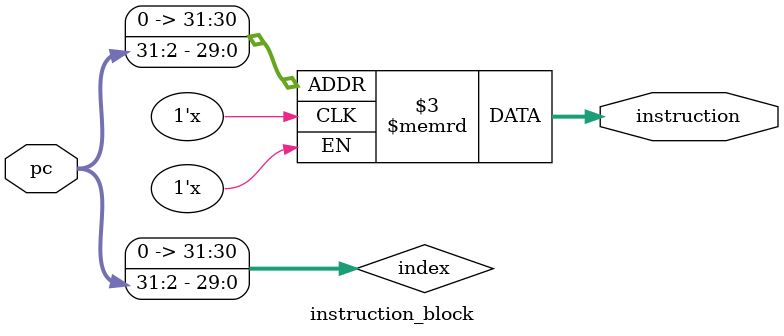
<source format=v>
module instruction_block(
    input [31:0] pc,
    output reg [31:0] instruction
);

    parameter INSTR_MEM_SIZE = 1024;  // Define the size of the instruction memory
    reg [31:0] instructions_mem[0:INSTR_MEM_SIZE-1];  // Memory array for instructions
 
    // so the pc needs to be divided by 4 to get the actual index.
    wire [31:0] index = pc >> 2;

    always @(*) begin
        instruction <= instructions_mem[index];
    end

endmodule

</source>
